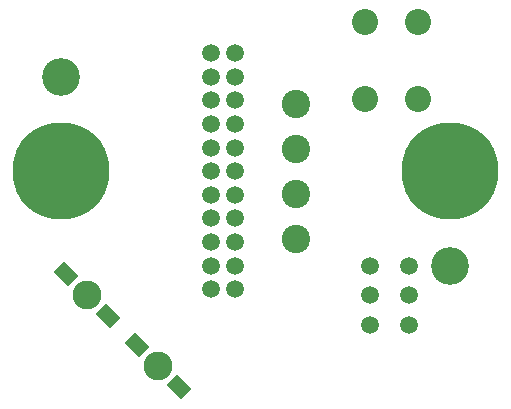
<source format=gbs>
G04*
G04 #@! TF.GenerationSoftware,Altium Limited,Altium Designer,20.1.8 (145)*
G04*
G04 Layer_Color=16711935*
%FSTAX43Y43*%
%MOMM*%
G71*
G04*
G04 #@! TF.SameCoordinates,DCFB0F7C-07F7-4DEC-9F4C-8A45A990D123*
G04*
G04*
G04 #@! TF.FilePolarity,Negative*
G04*
G01*
G75*
%ADD10C,1.503*%
%ADD11C,2.403*%
%ADD12C,3.203*%
%ADD13C,2.203*%
%ADD14C,2.453*%
%ADD15C,8.203*%
G04:AMPARAMS|DCode=25|XSize=1.703mm|YSize=1.203mm|CornerRadius=0mm|HoleSize=0mm|Usage=FLASHONLY|Rotation=135.000|XOffset=0mm|YOffset=0mm|HoleType=Round|Shape=Rectangle|*
%AMROTATEDRECTD25*
4,1,4,1.028,-0.177,0.177,-1.028,-1.028,0.177,-0.177,1.028,1.028,-0.177,0.0*
%
%ADD25ROTATEDRECTD25*%

D10*
X009325Y0085D02*
D03*
Y0083D02*
D03*
Y0081D02*
D03*
Y0079D02*
D03*
Y0077D02*
D03*
Y0075D02*
D03*
Y0073D02*
D03*
Y0071D02*
D03*
Y0069D02*
D03*
Y0067D02*
D03*
Y0065D02*
D03*
X009125Y0081D02*
D03*
Y0083D02*
D03*
Y0085D02*
D03*
Y0073D02*
D03*
Y0075D02*
D03*
Y0077D02*
D03*
Y0079D02*
D03*
Y0065D02*
D03*
Y0067D02*
D03*
Y0069D02*
D03*
Y0071D02*
D03*
X01047Y0067D02*
D03*
Y00645D02*
D03*
Y0062D02*
D03*
X0108Y0067D02*
D03*
Y00645D02*
D03*
Y0062D02*
D03*
D11*
X00984Y0080715D02*
D03*
Y0076905D02*
D03*
Y0073095D02*
D03*
Y0069285D02*
D03*
D12*
X01115Y0067D02*
D03*
X00785Y0083D02*
D03*
D13*
X0104289Y0081095D02*
D03*
X0108789D02*
D03*
X0104289Y0087595D02*
D03*
X0108789D02*
D03*
D14*
X008075Y00645D02*
D03*
X008675Y00585D02*
D03*
D15*
X01115Y0075D02*
D03*
X00785D02*
D03*
D25*
X0082535Y0062715D02*
D03*
X0078965Y0066285D02*
D03*
X0088535Y0056715D02*
D03*
X0084965Y0060285D02*
D03*
M02*

</source>
